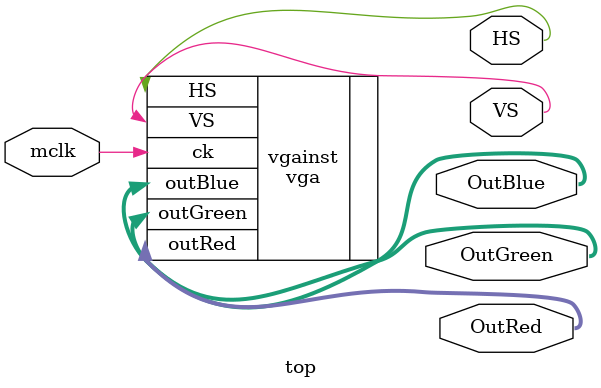
<source format=v>
`timescale 1ns / 1ps

module top(mclk, OutBlue, OutGreen, OutRed, HS, VS);
	input mclk;
	output [2:0] OutRed;
	output [2:0] OutGreen;
	output [1:0] OutBlue;
	output HS, VS;
	
	vga vgainst(.ck(mclk), .HS(HS), .VS(VS), .outRed(OutRed), .outGreen(OutGreen), .outBlue(OutBlue));

endmodule

</source>
